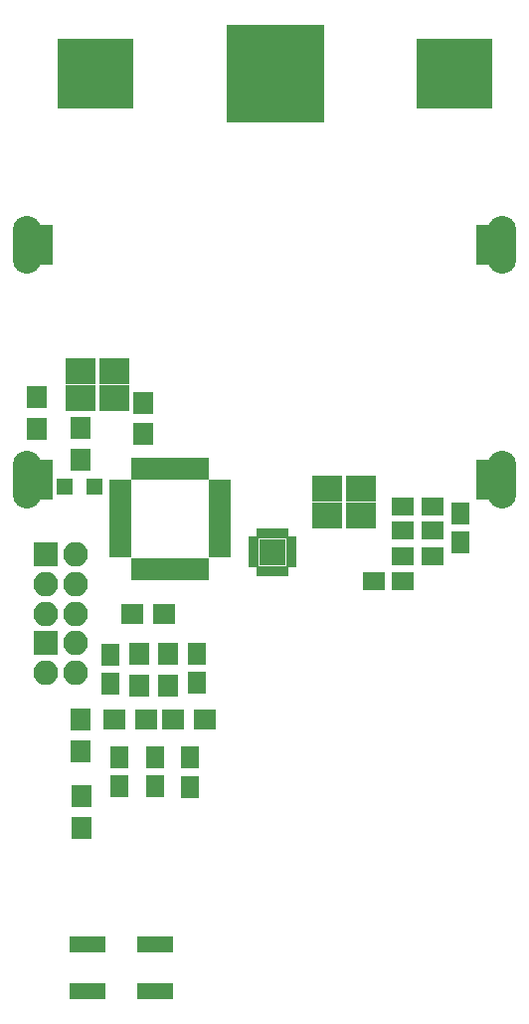
<source format=gbr>
G04 #@! TF.FileFunction,Soldermask,Bot*
%FSLAX46Y46*%
G04 Gerber Fmt 4.6, Leading zero omitted, Abs format (unit mm)*
G04 Created by KiCad (PCBNEW 4.0.7) date Wed Aug 22 22:50:22 2018*
%MOMM*%
%LPD*%
G01*
G04 APERTURE LIST*
%ADD10C,0.100000*%
%ADD11R,2.100000X2.100000*%
%ADD12O,2.100000X2.100000*%
%ADD13R,3.150000X1.400000*%
%ADD14C,1.900000*%
%ADD15R,1.900000X3.400000*%
%ADD16O,2.400000X4.900000*%
%ADD17R,0.950000X0.700000*%
%ADD18R,0.700000X0.950000*%
%ADD19R,2.200000X2.200000*%
%ADD20R,1.000000X1.900000*%
%ADD21R,1.900000X1.000000*%
%ADD22R,1.650000X1.900000*%
%ADD23R,1.900000X1.650000*%
%ADD24R,1.400000X1.400000*%
%ADD25R,1.700000X1.900000*%
%ADD26R,1.900000X1.700000*%
%ADD27R,2.500000X2.200000*%
%ADD28R,6.400000X5.900000*%
%ADD29R,8.400000X8.400000*%
G04 APERTURE END LIST*
D10*
D11*
X40460000Y-108920000D03*
D12*
X43000000Y-108920000D03*
X40460000Y-111460000D03*
X43000000Y-111460000D03*
X40460000Y-114000000D03*
X43000000Y-114000000D03*
D11*
X40460000Y-116460000D03*
D12*
X43000000Y-116460000D03*
X40460000Y-119000000D03*
X43000000Y-119000000D03*
D13*
X44025000Y-146100000D03*
X49775000Y-146100000D03*
X49775000Y-142100000D03*
X44025000Y-142100000D03*
D14*
X38850000Y-82050000D03*
X38850000Y-83300000D03*
X79350000Y-81800000D03*
X79350000Y-83050000D03*
X79350000Y-81300000D03*
X79350000Y-83800000D03*
X79350000Y-101300000D03*
X79350000Y-101800000D03*
X79350000Y-103800000D03*
X79350000Y-103300000D03*
X38850000Y-81300000D03*
X38850000Y-83800000D03*
X38850000Y-102050000D03*
D15*
X40100000Y-102550000D03*
X40100000Y-82550000D03*
X78100000Y-82550000D03*
X78100000Y-102550000D03*
D16*
X38850000Y-82550000D03*
X79350000Y-82550000D03*
X38850000Y-102550000D03*
X79350000Y-102550000D03*
D14*
X38850000Y-103800000D03*
X38850000Y-101300000D03*
X38850000Y-103300000D03*
D17*
X61400000Y-107710000D03*
X61400000Y-108210000D03*
X61400000Y-108710000D03*
X61400000Y-109210000D03*
X61400000Y-109710000D03*
D18*
X60800000Y-110310000D03*
X60300000Y-110310000D03*
X59800000Y-110310000D03*
X59300000Y-110310000D03*
X58800000Y-110310000D03*
D17*
X58200000Y-109710000D03*
X58200000Y-109210000D03*
X58200000Y-108710000D03*
X58200000Y-108210000D03*
X58200000Y-107710000D03*
D18*
X58800000Y-107110000D03*
X59300000Y-107110000D03*
X59800000Y-107110000D03*
X60300000Y-107110000D03*
X60800000Y-107110000D03*
D19*
X59800000Y-108710000D03*
D20*
X48230000Y-101650000D03*
X49030000Y-101650000D03*
X49830000Y-101650000D03*
X50630000Y-101650000D03*
X51430000Y-101650000D03*
X52230000Y-101650000D03*
X53030000Y-101650000D03*
X53830000Y-101650000D03*
D21*
X55280000Y-103100000D03*
X55280000Y-103900000D03*
X55280000Y-104700000D03*
X55280000Y-105500000D03*
X55280000Y-106300000D03*
X55280000Y-107100000D03*
X55280000Y-107900000D03*
X55280000Y-108700000D03*
D20*
X53830000Y-110150000D03*
X53030000Y-110150000D03*
X52230000Y-110150000D03*
X51430000Y-110150000D03*
X50630000Y-110150000D03*
X49830000Y-110150000D03*
X49030000Y-110150000D03*
X48230000Y-110150000D03*
D21*
X46780000Y-108700000D03*
X46780000Y-107900000D03*
X46780000Y-107100000D03*
X46780000Y-106300000D03*
X46780000Y-105500000D03*
X46780000Y-104700000D03*
X46780000Y-103900000D03*
X46780000Y-103100000D03*
D22*
X45960000Y-119930000D03*
X45960000Y-117430000D03*
X75760000Y-105420000D03*
X75760000Y-107920000D03*
D23*
X73400000Y-106910000D03*
X70900000Y-106910000D03*
X73400000Y-104810000D03*
X70900000Y-104810000D03*
X73390000Y-109050000D03*
X70890000Y-109050000D03*
D22*
X52790000Y-126190000D03*
X52790000Y-128690000D03*
X49800000Y-126160000D03*
X49800000Y-128660000D03*
X46720000Y-126160000D03*
X46720000Y-128660000D03*
D23*
X70890000Y-111180000D03*
X68390000Y-111180000D03*
D22*
X53310000Y-117370000D03*
X53310000Y-119870000D03*
D24*
X42090000Y-103160000D03*
X44590000Y-103160000D03*
D25*
X48440000Y-117410000D03*
X48440000Y-120110000D03*
X43420000Y-125640000D03*
X43420000Y-122940000D03*
D26*
X51300000Y-123000000D03*
X54000000Y-123000000D03*
X49000000Y-123000000D03*
X46300000Y-123000000D03*
X47870000Y-113990000D03*
X50570000Y-113990000D03*
D25*
X50870000Y-120090000D03*
X50870000Y-117390000D03*
X48730000Y-98710000D03*
X48730000Y-96010000D03*
X43400000Y-100890000D03*
X43400000Y-98190000D03*
X39710000Y-95560000D03*
X39710000Y-98260000D03*
X43480000Y-132180000D03*
X43480000Y-129480000D03*
D27*
X64430000Y-103350000D03*
X67330000Y-103350000D03*
X67330000Y-105650000D03*
X64430000Y-105650000D03*
X46300000Y-95600000D03*
X43400000Y-95600000D03*
X43400000Y-93300000D03*
X46300000Y-93300000D03*
D28*
X75300000Y-68000000D03*
X44700000Y-68000000D03*
D29*
X60000000Y-68000000D03*
M02*

</source>
